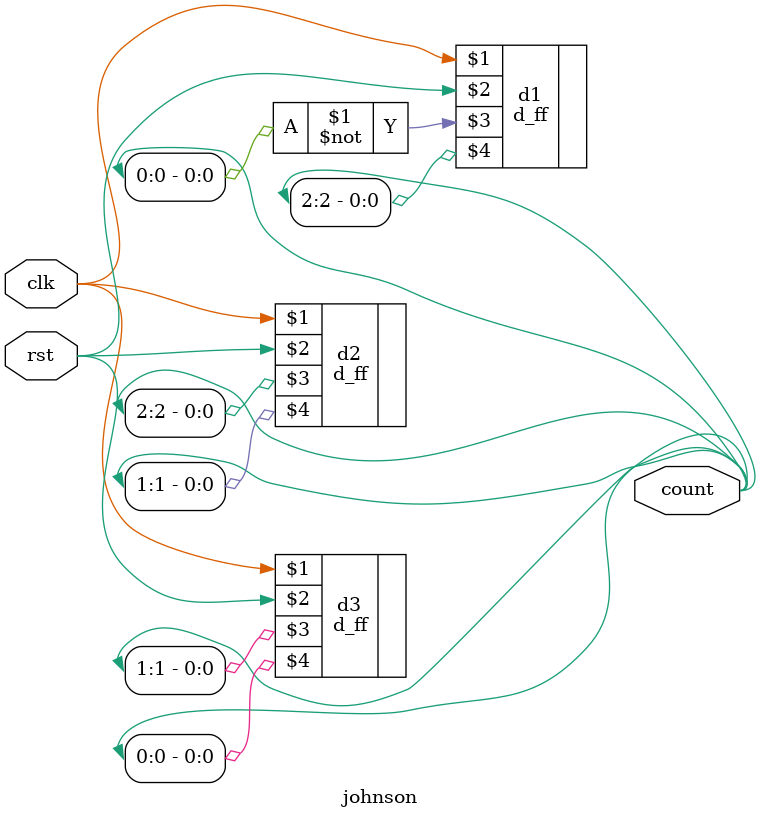
<source format=v>
`include "d_ff.v"
module johnson(clk,rst,count);
	input clk,rst;
	output [2:0]count;

	d_ff d1(clk,rst,~count[0],count[2]);
	d_ff d2(clk,rst,count[2],count[1]);
	d_ff d3(clk,rst,count[1],count[0]);
	
endmodule

</source>
